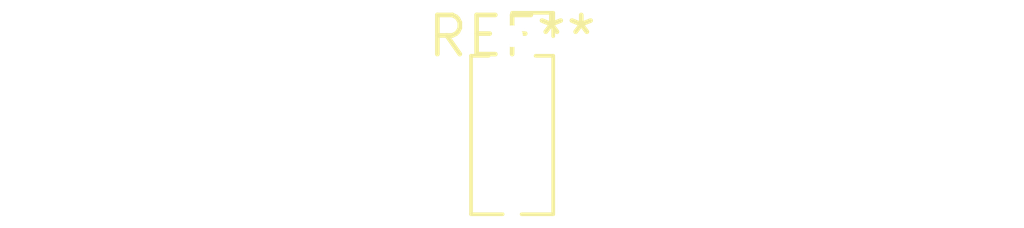
<source format=kicad_pcb>
(kicad_pcb (version 20240108) (generator pcbnew)
  (layers (0 "F.Cu" signal) (31 "B.Cu" signal) (34 "B.Paste" user) (35 "F.Paste" user) (36 "B.SilkS" user "B.Silkscreen") (37 "F.SilkS" user "F.Silkscreen") (38 "B.Mask" user) (39 "F.Mask" user) (44 "Edge.Cuts" user))
  (net 0 "")
  (footprint "PinSocket_1x05_P1.27mm_Vertical" (layer "F.Cu") (at 0 0)
    (property "Reference" "REF**")
    (property "Value" "PinSocket_1x05_P1.27mm_Vertical")
    (fp_line (start -1.33 0.635) (end -1.33 5.775) (layer "F.SilkS") (stroke (width 0.12)))
    (fp_line (start -1.33 0.635) (end -0.76 0.635) (layer "F.SilkS") (stroke (width 0.12)))
    (fp_line (start -1.33 5.775) (end -0.30753 5.775) (layer "F.SilkS") (stroke (width 0.12)))
    (fp_line (start 0 -0.76) (end 1.33 -0.76) (layer "F.SilkS") (stroke (width 0.12)))
    (fp_line (start 0.30753 5.775) (end 1.33 5.775) (layer "F.SilkS") (stroke (width 0.12)))
    (fp_line (start 0.76 0.635) (end 1.33 0.635) (layer "F.SilkS") (stroke (width 0.12)))
    (fp_line (start 1.33 -0.76) (end 1.33 0) (layer "F.SilkS") (stroke (width 0.12)))
    (fp_line (start 1.33 0.635) (end 1.33 5.775) (layer "F.SilkS") (stroke (width 0.12)))
    (pad "1" thru_hole rect (at 0 0) (size 1 1) (drill 0.7) (layers *.Cu *.Mask) (remove_unused_layers))
    (pad "2" thru_hole oval (at 0 1.27) (size 1 1) (drill 0.7) (layers *.Cu *.Mask) (remove_unused_layers))
    (pad "3" thru_hole oval (at 0 2.54) (size 1 1) (drill 0.7) (layers *.Cu *.Mask) (remove_unused_layers))
    (pad "4" thru_hole oval (at 0 3.81) (size 1 1) (drill 0.7) (layers *.Cu *.Mask) (remove_unused_layers))
    (pad "5" thru_hole oval (at 0 5.08) (size 1 1) (drill 0.7) (layers *.Cu *.Mask) (remove_unused_layers))
  )
)
</source>
